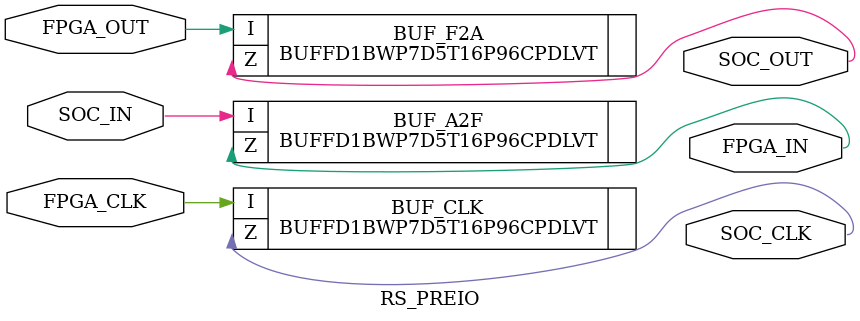
<source format=v>

module RS_PREIO ( SOC_CLK, SOC_IN, SOC_OUT, FPGA_CLK, FPGA_IN, FPGA_OUT);

  output SOC_CLK;
  input SOC_IN;
  output SOC_OUT;
  input FPGA_CLK;
  output FPGA_IN;
  input FPGA_OUT;

  BUFFD1BWP7D5T16P96CPDLVT BUF_CLK(
                .I(FPGA_CLK),
                .Z(SOC_CLK)
        );

  BUFFD1BWP7D5T16P96CPDLVT BUF_F2A(
                .I(FPGA_OUT),
                .Z(SOC_OUT)
        );

  BUFFD1BWP7D5T16P96CPDLVT BUF_A2F(
                .I(SOC_IN),
                .Z(FPGA_IN)
        );

endmodule


</source>
